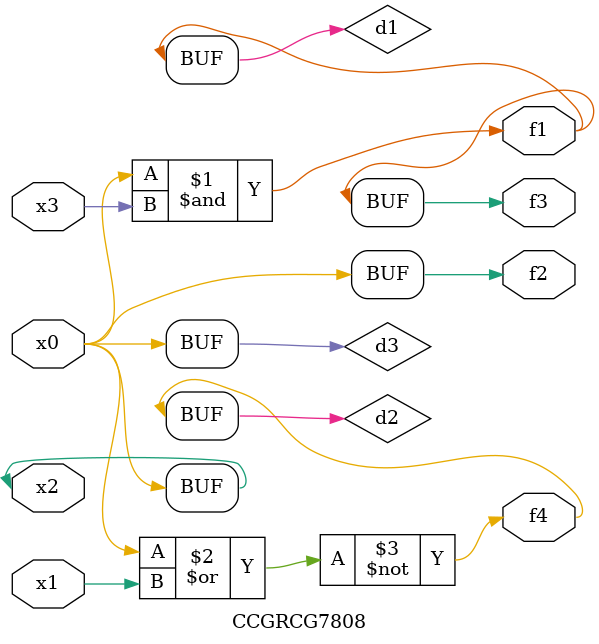
<source format=v>
module CCGRCG7808(
	input x0, x1, x2, x3,
	output f1, f2, f3, f4
);

	wire d1, d2, d3;

	and (d1, x2, x3);
	nor (d2, x0, x1);
	buf (d3, x0, x2);
	assign f1 = d1;
	assign f2 = d3;
	assign f3 = d1;
	assign f4 = d2;
endmodule

</source>
